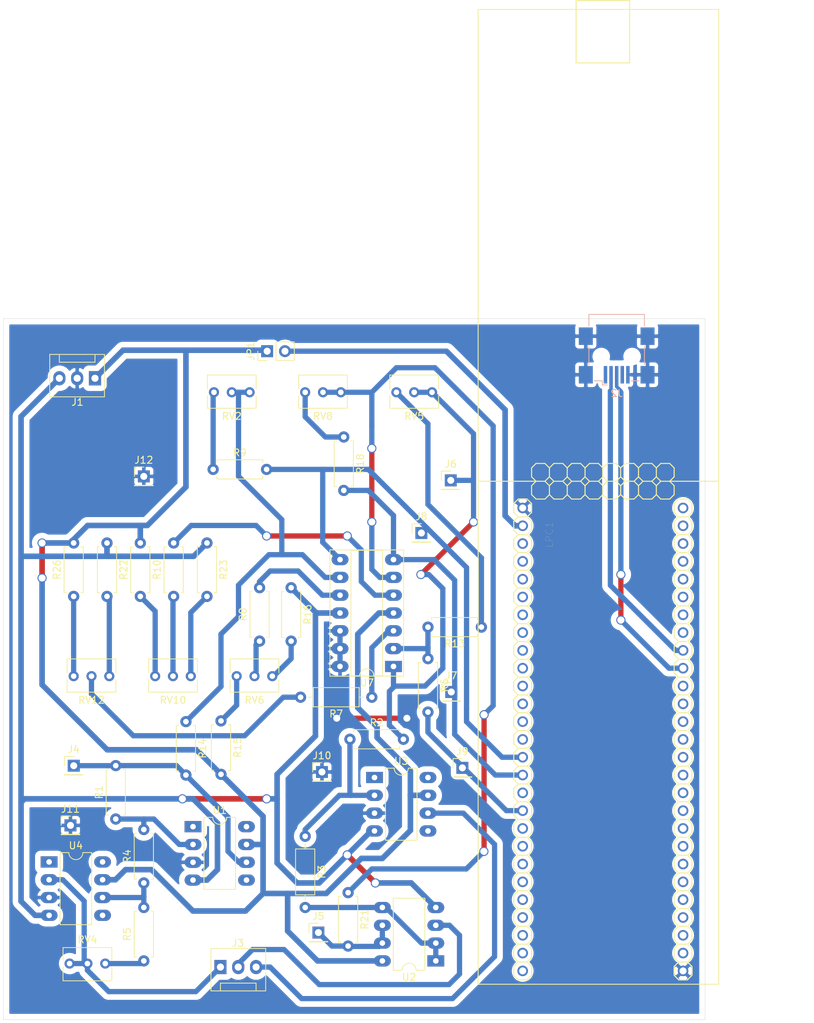
<source format=kicad_pcb>
(kicad_pcb (version 20171130) (host pcbnew "(5.1.10)-1")
  (layers (0 F.Cu signal) (31 B.Cu signal) (34 B.Paste user) (35 F.Paste user) (36 B.SilkS user) (37 F.SilkS user) (38 B.Mask user) (39 F.Mask user) (44 Edge.Cuts user))
  (net 0 "")
  (net 1 +5V)
  (net 2 -5V)
  (net 3 "Net-(J3-Pad3)")
  (net 4 "Net-(J3-Pad2)")
  (net 5 "Net-(J3-Pad1)")
  (net 6 "Net-(R1-Pad1)")
  (net 7 "Net-(R2-Pad1)")
  (net 8 "Net-(R3-Pad2)")
  (net 9 "Net-(R4-Pad1)")
  (net 10 "Net-(R7-Pad1)")
  (net 11 "Net-(R8-Pad1)")
  (net 12 "Net-(R8-Pad2)")
  (net 13 "Net-(R9-Pad1)")
  (net 14 "Net-(R10-Pad1)")
  (net 15 "Net-(R13-Pad2)")
  (net 16 "Net-(R13-Pad1)")
  (net 17 "Net-(R14-Pad1)")
  (net 18 "Net-(R15-Pad1)")
  (net 19 "Net-(R16-Pad2)")
  (net 20 "Net-(R18-Pad1)")
  (net 21 "Net-(R21-Pad1)")
  (net 22 "Net-(R22-Pad1)")
  (net 23 "Net-(R23-Pad2)")
  (net 24 /salida_dac/VIN)
  (net 25 /salida_dac/I_IN)
  (net 26 /salida_dac/V_IN)
  (net 27 GND)
  (net 28 "Net-(R7-Pad2)")
  (net 29 "Net-(R26-Pad1)")
  (net 30 "Net-(R27-Pad2)")
  (net 31 "Net-(J2-Pad2)")
  (net 32 "Net-(J2-Pad3)")
  (net 33 /LPC/DAC)
  (net 34 /LPC/ADC0)
  (net 35 /LPC/ADC1)
  (net 36 "Net-(R10-Pad2)")
  (net 37 "Net-(R5-Pad1)")
  (net 38 "Net-(J2-Pad1)")
  (net 39 "Net-(J2-Pad4)")
  (net 40 "Net-(LPC1-Pad53)")
  (net 41 "Net-(LPC1-Pad52)")
  (net 42 "Net-(LPC1-Pad51)")
  (net 43 "Net-(LPC1-Pad50)")
  (net 44 "Net-(LPC1-Pad49)")
  (net 45 "Net-(LPC1-Pad48)")
  (net 46 "Net-(LPC1-Pad47)")
  (net 47 "Net-(LPC1-Pad46)")
  (net 48 "Net-(LPC1-Pad45)")
  (net 49 "Net-(LPC1-Pad44)")
  (net 50 "Net-(LPC1-Pad43)")
  (net 51 "Net-(LPC1-Pad42)")
  (net 52 "Net-(LPC1-Pad41)")
  (net 53 "Net-(LPC1-Pad40)")
  (net 54 "Net-(LPC1-Pad39)")
  (net 55 "Net-(LPC1-Pad38)")
  (net 56 "Net-(LPC1-Pad35)")
  (net 57 "Net-(LPC1-Pad34)")
  (net 58 "Net-(LPC1-Pad33)")
  (net 59 "Net-(LPC1-Pad32)")
  (net 60 "Net-(LPC1-Pad31)")
  (net 61 "Net-(LPC1-Pad30)")
  (net 62 "Net-(LPC1-Pad29)")
  (net 63 "Net-(LPC1-Pad28)")
  (net 64 "Net-(LPC1-Pad27)")
  (net 65 "Net-(LPC1-Pad26)")
  (net 66 "Net-(LPC1-Pad25)")
  (net 67 "Net-(LPC1-Pad24)")
  (net 68 "Net-(LPC1-Pad23)")
  (net 69 "Net-(LPC1-Pad22)")
  (net 70 "Net-(LPC1-Pad21)")
  (net 71 "Net-(LPC1-Pad20)")
  (net 72 "Net-(LPC1-Pad19)")
  (net 73 "Net-(LPC1-Pad17)")
  (net 74 "Net-(LPC1-Pad14)")
  (net 75 "Net-(LPC1-Pad13)")
  (net 76 "Net-(LPC1-Pad12)")
  (net 77 "Net-(LPC1-Pad11)")
  (net 78 "Net-(LPC1-Pad10)")
  (net 79 "Net-(LPC1-Pad9)")
  (net 80 "Net-(LPC1-Pad8)")
  (net 81 "Net-(LPC1-Pad7)")
  (net 82 "Net-(LPC1-Pad6)")
  (net 83 "Net-(LPC1-Pad5)")
  (net 84 "Net-(LPC1-Pad4)")
  (net 85 "Net-(LPC1-Pad3)")
  (net 86 "Net-(U1-Pad8)")
  (net 87 "Net-(U1-Pad5)")
  (net 88 "Net-(U1-Pad1)")
  (net 89 "Net-(U3-Pad1)")
  (net 90 "Net-(U3-Pad5)")
  (net 91 "Net-(U3-Pad8)")
  (net 92 "Net-(U4-Pad8)")
  (net 93 "Net-(U4-Pad5)")
  (net 94 "Net-(U4-Pad1)")
  (net 95 "Net-(JP1-Pad2)")
  (module LPC:LPCXPRESSO_LPC1769 (layer F.Cu) (at 779.717 -4.151 270)
    (fp_text reference LPC1 (at 37.465 1.905 270) (layer F.SilkS) (effects (font (thickness 0.015))))
    (fp_text value LPCXPRESSO_LPC1769)
    (pad 54 thru_hole circle (at 99.695 -17.145 270) (size 1.508 1.508) (drill 1) (layers *.Cu *.Mask) (net 27 GND))
    (pad 53 thru_hole circle (at 97.155 -17.145 270) (size 1.508 1.508) (drill 1) (layers *.Cu *.Mask) (net 40 "Net-(LPC1-Pad53)"))
    (pad 52 thru_hole circle (at 94.615 -17.145 270) (size 1.508 1.508) (drill 1) (layers *.Cu *.Mask) (net 41 "Net-(LPC1-Pad52)"))
    (pad 51 thru_hole circle (at 92.075 -17.145 270) (size 1.508 1.508) (drill 1) (layers *.Cu *.Mask) (net 42 "Net-(LPC1-Pad51)"))
    (pad 50 thru_hole circle (at 89.535 -17.145 270) (size 1.508 1.508) (drill 1) (layers *.Cu *.Mask) (net 43 "Net-(LPC1-Pad50)"))
    (pad 49 thru_hole circle (at 86.995 -17.145 270) (size 1.508 1.508) (drill 1) (layers *.Cu *.Mask) (net 44 "Net-(LPC1-Pad49)"))
    (pad 48 thru_hole circle (at 84.455 -17.145 270) (size 1.508 1.508) (drill 1) (layers *.Cu *.Mask) (net 45 "Net-(LPC1-Pad48)"))
    (pad 47 thru_hole circle (at 81.915 -17.145 270) (size 1.508 1.508) (drill 1) (layers *.Cu *.Mask) (net 46 "Net-(LPC1-Pad47)"))
    (pad 46 thru_hole circle (at 79.375 -17.145 270) (size 1.508 1.508) (drill 1) (layers *.Cu *.Mask) (net 47 "Net-(LPC1-Pad46)"))
    (pad 45 thru_hole circle (at 76.835 -17.145 270) (size 1.508 1.508) (drill 1) (layers *.Cu *.Mask) (net 48 "Net-(LPC1-Pad45)"))
    (pad 44 thru_hole circle (at 74.295 -17.145 270) (size 1.508 1.508) (drill 1) (layers *.Cu *.Mask) (net 49 "Net-(LPC1-Pad44)"))
    (pad 43 thru_hole circle (at 71.755 -17.145 270) (size 1.508 1.508) (drill 1) (layers *.Cu *.Mask) (net 50 "Net-(LPC1-Pad43)"))
    (pad 42 thru_hole circle (at 69.215 -17.145 270) (size 1.508 1.508) (drill 1) (layers *.Cu *.Mask) (net 51 "Net-(LPC1-Pad42)"))
    (pad 41 thru_hole circle (at 66.675 -17.145 270) (size 1.508 1.508) (drill 1) (layers *.Cu *.Mask) (net 52 "Net-(LPC1-Pad41)"))
    (pad 40 thru_hole circle (at 64.135 -17.145 270) (size 1.508 1.508) (drill 1) (layers *.Cu *.Mask) (net 53 "Net-(LPC1-Pad40)"))
    (pad 39 thru_hole circle (at 61.595 -17.145 270) (size 1.508 1.508) (drill 1) (layers *.Cu *.Mask) (net 54 "Net-(LPC1-Pad39)"))
    (pad 38 thru_hole circle (at 59.055 -17.145 270) (size 1.508 1.508) (drill 1) (layers *.Cu *.Mask) (net 55 "Net-(LPC1-Pad38)"))
    (pad 37 thru_hole circle (at 56.515 -17.145 270) (size 1.508 1.508) (drill 1) (layers *.Cu *.Mask) (net 32 "Net-(J2-Pad3)"))
    (pad 36 thru_hole circle (at 53.975 -17.145 270) (size 1.508 1.508) (drill 1) (layers *.Cu *.Mask) (net 31 "Net-(J2-Pad2)"))
    (pad 35 thru_hole circle (at 51.435 -17.145 270) (size 1.508 1.508) (drill 1) (layers *.Cu *.Mask) (net 56 "Net-(LPC1-Pad35)"))
    (pad 34 thru_hole circle (at 48.895 -17.145 270) (size 1.508 1.508) (drill 1) (layers *.Cu *.Mask) (net 57 "Net-(LPC1-Pad34)"))
    (pad 33 thru_hole circle (at 46.355 -17.145 270) (size 1.508 1.508) (drill 1) (layers *.Cu *.Mask) (net 58 "Net-(LPC1-Pad33)"))
    (pad 32 thru_hole circle (at 43.815 -17.145 270) (size 1.508 1.508) (drill 1) (layers *.Cu *.Mask) (net 59 "Net-(LPC1-Pad32)"))
    (pad 31 thru_hole circle (at 41.275 -17.145 270) (size 1.508 1.508) (drill 1) (layers *.Cu *.Mask) (net 60 "Net-(LPC1-Pad31)"))
    (pad 30 thru_hole circle (at 38.735 -17.145 270) (size 1.508 1.508) (drill 1) (layers *.Cu *.Mask) (net 61 "Net-(LPC1-Pad30)"))
    (pad 29 thru_hole circle (at 36.195 -17.145 270) (size 1.508 1.508) (drill 1) (layers *.Cu *.Mask) (net 62 "Net-(LPC1-Pad29)"))
    (pad 28 thru_hole circle (at 33.655 -17.145 270) (size 1.508 1.508) (drill 1) (layers *.Cu *.Mask) (net 63 "Net-(LPC1-Pad28)"))
    (pad 27 thru_hole circle (at 99.695 5.715 270) (size 1.508 1.508) (drill 1) (layers *.Cu *.Mask) (net 64 "Net-(LPC1-Pad27)"))
    (pad 26 thru_hole circle (at 97.155 5.715 270) (size 1.508 1.508) (drill 1) (layers *.Cu *.Mask) (net 65 "Net-(LPC1-Pad26)"))
    (pad 25 thru_hole circle (at 94.615 5.715 270) (size 1.508 1.508) (drill 1) (layers *.Cu *.Mask) (net 66 "Net-(LPC1-Pad25)"))
    (pad 24 thru_hole circle (at 92.075 5.715 270) (size 1.508 1.508) (drill 1) (layers *.Cu *.Mask) (net 67 "Net-(LPC1-Pad24)"))
    (pad 23 thru_hole circle (at 89.535 5.715 270) (size 1.508 1.508) (drill 1) (layers *.Cu *.Mask) (net 68 "Net-(LPC1-Pad23)"))
    (pad 22 thru_hole circle (at 86.995 5.715 270) (size 1.508 1.508) (drill 1) (layers *.Cu *.Mask) (net 69 "Net-(LPC1-Pad22)"))
    (pad 21 thru_hole circle (at 84.455 5.715 270) (size 1.508 1.508) (drill 1) (layers *.Cu *.Mask) (net 70 "Net-(LPC1-Pad21)"))
    (pad 20 thru_hole circle (at 81.915 5.715 270) (size 1.508 1.508) (drill 1) (layers *.Cu *.Mask) (net 71 "Net-(LPC1-Pad20)"))
    (pad 19 thru_hole circle (at 79.375 5.715 270) (size 1.508 1.508) (drill 1) (layers *.Cu *.Mask) (net 72 "Net-(LPC1-Pad19)"))
    (pad 18 thru_hole circle (at 76.835 5.715 270) (size 1.508 1.508) (drill 1) (layers *.Cu *.Mask) (net 33 /LPC/DAC))
    (pad 17 thru_hole circle (at 74.295 5.715 270) (size 1.508 1.508) (drill 1) (layers *.Cu *.Mask) (net 73 "Net-(LPC1-Pad17)"))
    (pad 16 thru_hole circle (at 71.755 5.715 270) (size 1.508 1.508) (drill 1) (layers *.Cu *.Mask) (net 35 /LPC/ADC1))
    (pad 15 thru_hole circle (at 69.215 5.715 270) (size 1.508 1.508) (drill 1) (layers *.Cu *.Mask) (net 34 /LPC/ADC0))
    (pad 14 thru_hole circle (at 66.675 5.715 270) (size 1.508 1.508) (drill 1) (layers *.Cu *.Mask) (net 74 "Net-(LPC1-Pad14)"))
    (pad 13 thru_hole circle (at 64.135 5.715 270) (size 1.508 1.508) (drill 1) (layers *.Cu *.Mask) (net 75 "Net-(LPC1-Pad13)"))
    (pad 12 thru_hole circle (at 61.595 5.715 270) (size 1.508 1.508) (drill 1) (layers *.Cu *.Mask) (net 76 "Net-(LPC1-Pad12)"))
    (pad 11 thru_hole circle (at 59.055 5.715 270) (size 1.508 1.508) (drill 1) (layers *.Cu *.Mask) (net 77 "Net-(LPC1-Pad11)"))
    (pad 10 thru_hole circle (at 56.515 5.715 270) (size 1.508 1.508) (drill 1) (layers *.Cu *.Mask) (net 78 "Net-(LPC1-Pad10)"))
    (pad 9 thru_hole circle (at 53.975 5.715 270) (size 1.508 1.508) (drill 1) (layers *.Cu *.Mask) (net 79 "Net-(LPC1-Pad9)"))
    (pad 8 thru_hole circle (at 51.435 5.715 270) (size 1.508 1.508) (drill 1) (layers *.Cu *.Mask) (net 80 "Net-(LPC1-Pad8)"))
    (pad 7 thru_hole circle (at 48.895 5.715 270) (size 1.508 1.508) (drill 1) (layers *.Cu *.Mask) (net 81 "Net-(LPC1-Pad7)"))
    (pad 6 thru_hole circle (at 46.355 5.715 270) (size 1.508 1.508) (drill 1) (layers *.Cu *.Mask) (net 82 "Net-(LPC1-Pad6)"))
    (pad 5 thru_hole circle (at 43.815 5.715 270) (size 1.508 1.508) (drill 1) (layers *.Cu *.Mask) (net 83 "Net-(LPC1-Pad5)"))
    (pad 4 thru_hole circle (at 41.275 5.715 270) (size 1.508 1.508) (drill 1) (layers *.Cu *.Mask) (net 84 "Net-(LPC1-Pad4)"))
    (pad 3 thru_hole circle (at 38.735 5.715 270) (size 1.508 1.508) (drill 1) (layers *.Cu *.Mask) (net 85 "Net-(LPC1-Pad3)"))
    (pad 2 thru_hole circle (at 36.195 5.715 270) (size 1.508 1.508) (drill 1) (layers *.Cu *.Mask) (net 95 "Net-(JP1-Pad2)"))
    (pad 1 thru_hole circle (at 33.655 5.715 270) (size 1.508 1.508) (drill 1) (layers *.Cu *.Mask) (net 27 GND))
  )
  (module Resistor_THT:R_Axial_DIN0207_L6.3mm_D2.5mm_P7.62mm_Horizontal (layer F.Cu) (at 714.75 34.5 270)
    (fp_text reference R27 (at 3.81 -2.37 90) (layer F.SilkS))
    (fp_text value 1K)
    (pad 2 thru_hole oval (at 7.62 0 270) (size 1.6 1.6) (drill 0.8) (layers *.Cu *.Mask) (net 30 "Net-(R27-Pad2)"))
    (pad 1 thru_hole circle (at 0 0 270) (size 1.6 1.6) (drill 0.8) (layers *.Cu *.Mask) (net 2 -5V))
  )
  (module Potentiometer_THT:Potentiometer_Bourns_3266Y_Vertical (layer F.Cu) (at 714.5 94.5)
    (fp_text reference RV4 (at -2.54 -3.41) (layer F.SilkS))
    (fp_text value 1K)
    (pad 1 thru_hole circle (at 0 0) (size 1.44 1.44) (drill 0.8) (layers *.Cu *.Mask) (net 37 "Net-(R5-Pad1)"))
    (pad 2 thru_hole circle (at -2.54 0) (size 1.44 1.44) (drill 0.8) (layers *.Cu *.Mask) (net 5 "Net-(J3-Pad1)"))
    (pad 3 thru_hole circle (at -5.08 0) (size 1.44 1.44) (drill 0.8) (layers *.Cu *.Mask) (net 5 "Net-(J3-Pad1)"))
  )
  (module Package_DIP:DIP-8_W7.62mm_LongPads (layer F.Cu) (at 761.62 94.12 180)
    (fp_text reference U2 (at 3.81 -2.33 180) (layer F.SilkS))
    (fp_text value TL082)
    (pad 8 thru_hole oval (at 7.62 0 180) (size 2.4 1.6) (drill 0.8) (layers *.Cu *.Mask) (net 1 +5V))
    (pad 4 thru_hole oval (at 0 7.62 180) (size 2.4 1.6) (drill 0.8) (layers *.Cu *.Mask) (net 2 -5V))
    (pad 7 thru_hole oval (at 7.62 2.54 180) (size 2.4 1.6) (drill 0.8) (layers *.Cu *.Mask) (net 26 /salida_dac/V_IN))
    (pad 3 thru_hole oval (at 0 5.08 180) (size 2.4 1.6) (drill 0.8) (layers *.Cu *.Mask) (net 4 "Net-(J3-Pad2)"))
    (pad 6 thru_hole oval (at 7.62 5.08 180) (size 2.4 1.6) (drill 0.8) (layers *.Cu *.Mask) (net 26 /salida_dac/V_IN))
    (pad 2 thru_hole oval (at 0 2.54 180) (size 2.4 1.6) (drill 0.8) (layers *.Cu *.Mask) (net 8 "Net-(R3-Pad2)"))
    (pad 5 thru_hole oval (at 7.62 7.62 180) (size 2.4 1.6) (drill 0.8) (layers *.Cu *.Mask) (net 8 "Net-(R3-Pad2)"))
    (pad 1 thru_hole rect (at 0 0 180) (size 2.4 1.6) (drill 0.8) (layers *.Cu *.Mask) (net 8 "Net-(R3-Pad2)"))
  )
  (module Resistor_THT:R_Axial_DIN0207_L6.3mm_D2.5mm_P7.62mm_Horizontal (layer F.Cu) (at 748.5 19.38 270)
    (fp_text reference R18 (at 3.81 -2.37 270) (layer F.SilkS))
    (fp_text value 4K7)
    (pad 2 thru_hole oval (at 7.62 0 270) (size 1.6 1.6) (drill 0.8) (layers *.Cu *.Mask) (net 35 /LPC/ADC1))
    (pad 1 thru_hole circle (at 0 0 270) (size 1.6 1.6) (drill 0.8) (layers *.Cu *.Mask) (net 20 "Net-(R18-Pad1)"))
  )
  (module Resistor_THT:R_Axial_DIN0207_L6.3mm_D2.5mm_P7.62mm_Horizontal (layer F.Cu) (at 729 34.5 270)
    (fp_text reference R23 (at 3.81 -2.37 270) (layer F.SilkS))
    (fp_text value 10K)
    (pad 1 thru_hole circle (at 0 0 270) (size 1.6 1.6) (drill 0.8) (layers *.Cu *.Mask) (net 2 -5V))
    (pad 2 thru_hole oval (at 7.62 0 270) (size 1.6 1.6) (drill 0.8) (layers *.Cu *.Mask) (net 23 "Net-(R23-Pad2)"))
  )
  (module Resistor_THT:R_Axial_DIN0207_L6.3mm_D2.5mm_P7.62mm_Horizontal (layer F.Cu) (at 724.25 42.12 90)
    (fp_text reference R10 (at 3.81 -2.37 90) (layer F.SilkS))
    (fp_text value 1K)
    (pad 2 thru_hole oval (at 7.62 0 90) (size 1.6 1.6) (drill 0.8) (layers *.Cu *.Mask) (net 36 "Net-(R10-Pad2)"))
    (pad 1 thru_hole circle (at 0 0 90) (size 1.6 1.6) (drill 0.8) (layers *.Cu *.Mask) (net 14 "Net-(R10-Pad1)"))
  )
  (module Resistor_THT:R_Axial_DIN0207_L6.3mm_D2.5mm_P7.62mm_Horizontal (layer F.Cu) (at 719.5 42.12 90)
    (fp_text reference R22 (at 3.81 -2.37 270) (layer F.SilkS))
    (fp_text value 0)
    (pad 2 thru_hole oval (at 7.62 0 90) (size 1.6 1.6) (drill 0.8) (layers *.Cu *.Mask) (net 1 +5V))
    (pad 1 thru_hole circle (at 0 0 90) (size 1.6 1.6) (drill 0.8) (layers *.Cu *.Mask) (net 22 "Net-(R22-Pad1)"))
  )
  (module Resistor_THT:R_Axial_DIN0207_L6.3mm_D2.5mm_P7.62mm_Horizontal (layer F.Cu) (at 729.88 24)
    (fp_text reference R9 (at 3.81 -2.37) (layer F.SilkS))
    (fp_text value 4K7)
    (pad 2 thru_hole oval (at 7.62 0) (size 1.6 1.6) (drill 0.8) (layers *.Cu *.Mask) (net 34 /LPC/ADC0))
    (pad 1 thru_hole circle (at 0 0) (size 1.6 1.6) (drill 0.8) (layers *.Cu *.Mask) (net 13 "Net-(R9-Pad1)"))
  )
  (module Resistor_THT:R_Axial_DIN0207_L6.3mm_D2.5mm_P7.62mm_Horizontal (layer F.Cu) (at 741 40.88 270)
    (fp_text reference R16 (at 3.81 -2.37 270) (layer F.SilkS))
    (fp_text value 10K)
    (pad 1 thru_hole circle (at 0 0 270) (size 1.6 1.6) (drill 0.8) (layers *.Cu *.Mask) (net 2 -5V))
    (pad 2 thru_hole oval (at 7.62 0 270) (size 1.6 1.6) (drill 0.8) (layers *.Cu *.Mask) (net 19 "Net-(R16-Pad2)"))
  )
  (module Potentiometer_THT:Potentiometer_Bourns_3266Y_Vertical (layer F.Cu) (at 733.235 53.5 180)
    (fp_text reference RV6 (at -2.54 -3.41) (layer F.SilkS))
    (fp_text value 10K)
    (pad 3 thru_hole circle (at -5.08 0 180) (size 1.44 1.44) (drill 0.8) (layers *.Cu *.Mask) (net 19 "Net-(R16-Pad2)"))
    (pad 2 thru_hole circle (at -2.54 0 180) (size 1.44 1.44) (drill 0.8) (layers *.Cu *.Mask) (net 11 "Net-(R8-Pad1)"))
    (pad 1 thru_hole circle (at 0 0 180) (size 1.44 1.44) (drill 0.8) (layers *.Cu *.Mask) (net 18 "Net-(R15-Pad1)"))
  )
  (module Resistor_THT:R_Axial_DIN0207_L6.3mm_D2.5mm_P7.62mm_Horizontal (layer F.Cu) (at 716 73.88 90)
    (fp_text reference R1 (at 3.81 -2.37 270) (layer F.SilkS))
    (fp_text value 15K)
    (pad 1 thru_hole circle (at 0 0 90) (size 1.6 1.6) (drill 0.8) (layers *.Cu *.Mask) (net 6 "Net-(R1-Pad1)"))
    (pad 2 thru_hole oval (at 7.62 0 90) (size 1.6 1.6) (drill 0.8) (layers *.Cu *.Mask) (net 25 /salida_dac/I_IN))
  )
  (module Package_DIP:DIP-8_W7.62mm_LongPads (layer F.Cu) (at 752.88 67.96)
    (fp_text reference U3 (at 3.81 -2.33) (layer F.SilkS))
    (fp_text value OP77)
    (pad 1 thru_hole rect (at 0 0) (size 2.4 1.6) (drill 0.8) (layers *.Cu *.Mask) (net 89 "Net-(U3-Pad1)"))
    (pad 5 thru_hole oval (at 7.62 7.62) (size 2.4 1.6) (drill 0.8) (layers *.Cu *.Mask) (net 90 "Net-(U3-Pad5)"))
    (pad 2 thru_hole oval (at 0 2.54) (size 2.4 1.6) (drill 0.8) (layers *.Cu *.Mask) (net 7 "Net-(R2-Pad1)"))
    (pad 6 thru_hole oval (at 7.62 5.08) (size 2.4 1.6) (drill 0.8) (layers *.Cu *.Mask) (net 3 "Net-(J3-Pad3)"))
    (pad 3 thru_hole oval (at 0 5.08) (size 2.4 1.6) (drill 0.8) (layers *.Cu *.Mask) (net 27 GND))
    (pad 7 thru_hole oval (at 7.62 2.54) (size 2.4 1.6) (drill 0.8) (layers *.Cu *.Mask) (net 1 +5V))
    (pad 4 thru_hole oval (at 0 7.62) (size 2.4 1.6) (drill 0.8) (layers *.Cu *.Mask) (net 2 -5V))
    (pad 8 thru_hole oval (at 7.62 0) (size 2.4 1.6) (drill 0.8) (layers *.Cu *.Mask) (net 91 "Net-(U3-Pad8)"))
  )
  (module Resistor_THT:R_Axial_DIN0207_L6.3mm_D2.5mm_P7.62mm_Horizontal (layer F.Cu) (at 768.12 46.5 180)
    (fp_text reference R13 (at 3.81 -2.37 180) (layer F.SilkS))
    (fp_text value 4K7)
    (pad 2 thru_hole oval (at 7.62 0 180) (size 1.6 1.6) (drill 0.8) (layers *.Cu *.Mask) (net 15 "Net-(R13-Pad2)"))
    (pad 1 thru_hole circle (at 0 0 180) (size 1.6 1.6) (drill 0.8) (layers *.Cu *.Mask) (net 16 "Net-(R13-Pad1)"))
  )
  (module Connector:FanPinHeader_1x03_P2.54mm_Vertical (layer F.Cu) (at 713.04 11 180)
    (fp_text reference J1 (at 2.5 -3.4) (layer F.SilkS))
    (fp_text value Conn_01x03_Female)
    (pad 1 thru_hole rect (at 0 0 270) (size 2.03 1.73) (drill 1.02) (layers *.Cu *.Mask) (net 1 +5V))
    (pad 2 thru_hole oval (at 2.54 0 270) (size 2.03 1.73) (drill 1.02) (layers *.Cu *.Mask) (net 27 GND))
    (pad 3 thru_hole oval (at 5.08 0 270) (size 2.03 1.73) (drill 1.02) (layers *.Cu *.Mask) (net 2 -5V))
  )
  (module Potentiometer_THT:Potentiometer_Bourns_3266Y_Vertical (layer F.Cu) (at 730 13 180)
    (fp_text reference RV2 (at -2.54 -3.41 180) (layer F.SilkS))
    (fp_text value R_POT)
    (pad 3 thru_hole circle (at -5.08 0 180) (size 1.44 1.44) (drill 0.8) (layers *.Cu *.Mask) (net 17 "Net-(R14-Pad1)"))
    (pad 2 thru_hole circle (at -2.54 0 180) (size 1.44 1.44) (drill 0.8) (layers *.Cu *.Mask) (net 17 "Net-(R14-Pad1)"))
    (pad 1 thru_hole circle (at 0 0 180) (size 1.44 1.44) (drill 0.8) (layers *.Cu *.Mask) (net 13 "Net-(R9-Pad1)"))
  )
  (module Resistor_THT:R_Axial_DIN0207_L6.3mm_D2.5mm_P7.62mm_Horizontal (layer F.Cu) (at 710 42.12 90)
    (fp_text reference R26 (at 3.81 -2.37 270) (layer F.SilkS))
    (fp_text value 10K)
    (pad 1 thru_hole circle (at 0 0 90) (size 1.6 1.6) (drill 0.8) (layers *.Cu *.Mask) (net 29 "Net-(R26-Pad1)"))
    (pad 2 thru_hole oval (at 7.62 0 90) (size 1.6 1.6) (drill 0.8) (layers *.Cu *.Mask) (net 1 +5V))
  )
  (module Resistor_THT:R_Axial_DIN0207_L6.3mm_D2.5mm_P7.62mm_Horizontal (layer F.Cu) (at 760.5 51 270)
    (fp_text reference R6 (at 3.81 -2.37 270) (layer F.SilkS))
    (fp_text value 1K)
    (pad 2 thru_hole oval (at 7.62 0 270) (size 1.6 1.6) (drill 0.8) (layers *.Cu *.Mask) (net 33 /LPC/DAC))
    (pad 1 thru_hole circle (at 0 0 270) (size 1.6 1.6) (drill 0.8) (layers *.Cu *.Mask) (net 15 "Net-(R13-Pad2)"))
  )
  (module Package_DIP:DIP-8_W7.62mm_LongPads (layer F.Cu) (at 727.012 74.97)
    (fp_text reference U1 (at 3.81 -2.33 180) (layer F.SilkS))
    (fp_text value OP77)
    (pad 8 thru_hole oval (at 7.62 0) (size 2.4 1.6) (drill 0.8) (layers *.Cu *.Mask) (net 86 "Net-(U1-Pad8)"))
    (pad 4 thru_hole oval (at 0 7.62) (size 2.4 1.6) (drill 0.8) (layers *.Cu *.Mask) (net 2 -5V))
    (pad 7 thru_hole oval (at 7.62 2.54) (size 2.4 1.6) (drill 0.8) (layers *.Cu *.Mask) (net 1 +5V))
    (pad 3 thru_hole oval (at 0 5.08) (size 2.4 1.6) (drill 0.8) (layers *.Cu *.Mask) (net 27 GND))
    (pad 6 thru_hole oval (at 7.62 5.08) (size 2.4 1.6) (drill 0.8) (layers *.Cu *.Mask) (net 25 /salida_dac/I_IN))
    (pad 2 thru_hole oval (at 0 2.54) (size 2.4 1.6) (drill 0.8) (layers *.Cu *.Mask) (net 6 "Net-(R1-Pad1)"))
    (pad 5 thru_hole oval (at 7.62 7.62) (size 2.4 1.6) (drill 0.8) (layers *.Cu *.Mask) (net 87 "Net-(U1-Pad5)"))
    (pad 1 thru_hole rect (at 0 0) (size 2.4 1.6) (drill 0.8) (layers *.Cu *.Mask) (net 88 "Net-(U1-Pad1)"))
  )
  (module Potentiometer_THT:Potentiometer_Bourns_3266Y_Vertical (layer F.Cu) (at 710 53.5 180)
    (fp_text reference RV12 (at -2.54 -3.41 180) (layer F.SilkS))
    (fp_text value 1K)
    (pad 1 thru_hole circle (at 0 0 180) (size 1.44 1.44) (drill 0.8) (layers *.Cu *.Mask) (net 29 "Net-(R26-Pad1)"))
    (pad 2 thru_hole circle (at -2.54 0 180) (size 1.44 1.44) (drill 0.8) (layers *.Cu *.Mask) (net 28 "Net-(R7-Pad2)"))
    (pad 3 thru_hole circle (at -5.08 0 180) (size 1.44 1.44) (drill 0.8) (layers *.Cu *.Mask) (net 30 "Net-(R27-Pad2)"))
  )
  (module Package_DIP:DIP-8_W7.62mm_LongPads (layer F.Cu) (at 706.5 80)
    (fp_text reference U4 (at 3.81 -2.33 180) (layer F.SilkS))
    (fp_text value OP77)
    (pad 8 thru_hole oval (at 7.62 0) (size 2.4 1.6) (drill 0.8) (layers *.Cu *.Mask) (net 92 "Net-(U4-Pad8)"))
    (pad 4 thru_hole oval (at 0 7.62) (size 2.4 1.6) (drill 0.8) (layers *.Cu *.Mask) (net 2 -5V))
    (pad 7 thru_hole oval (at 7.62 2.54) (size 2.4 1.6) (drill 0.8) (layers *.Cu *.Mask) (net 1 +5V))
    (pad 3 thru_hole oval (at 0 5.08) (size 2.4 1.6) (drill 0.8) (layers *.Cu *.Mask) (net 27 GND))
    (pad 6 thru_hole oval (at 7.62 5.08) (size 2.4 1.6) (drill 0.8) (layers *.Cu *.Mask) (net 9 "Net-(R4-Pad1)"))
    (pad 2 thru_hole oval (at 0 2.54) (size 2.4 1.6) (drill 0.8) (layers *.Cu *.Mask) (net 5 "Net-(J3-Pad1)"))
    (pad 5 thru_hole oval (at 7.62 7.62) (size 2.4 1.6) (drill 0.8) (layers *.Cu *.Mask) (net 93 "Net-(U4-Pad5)"))
    (pad 1 thru_hole rect (at 0 0) (size 2.4 1.6) (drill 0.8) (layers *.Cu *.Mask) (net 94 "Net-(U4-Pad1)"))
  )
  (module Resistor_THT:R_Axial_DIN0207_L6.3mm_D2.5mm_P7.62mm_Horizontal (layer F.Cu) (at 720 83 90)
    (fp_text reference R4 (at 3.81 -2.37 90) (layer F.SilkS))
    (fp_text value 1K)
    (pad 2 thru_hole oval (at 7.62 0 90) (size 1.6 1.6) (drill 0.8) (layers *.Cu *.Mask) (net 6 "Net-(R1-Pad1)"))
    (pad 1 thru_hole circle (at 0 0 90) (size 1.6 1.6) (drill 0.8) (layers *.Cu *.Mask) (net 9 "Net-(R4-Pad1)"))
  )
  (module Resistor_THT:R_Axial_DIN0207_L6.3mm_D2.5mm_P7.62mm_Horizontal (layer F.Cu) (at 720 94.12 90)
    (fp_text reference R5 (at 3.81 -2.37 270) (layer F.SilkS))
    (fp_text value 1M)
    (pad 2 thru_hole oval (at 7.62 0 90) (size 1.6 1.6) (drill 0.8) (layers *.Cu *.Mask) (net 9 "Net-(R4-Pad1)"))
    (pad 1 thru_hole circle (at 0 0 90) (size 1.6 1.6) (drill 0.8) (layers *.Cu *.Mask) (net 37 "Net-(R5-Pad1)"))
  )
  (module Connector:FanPinHeader_1x03_P2.54mm_Vertical (layer F.Cu) (at 730.92 95)
    (fp_text reference J3 (at 2.5 -3.4 -180) (layer F.SilkS))
    (fp_text value Conn_01x03_Male)
    (pad 1 thru_hole rect (at 0 0 90) (size 2.03 1.73) (drill 1.02) (layers *.Cu *.Mask) (net 5 "Net-(J3-Pad1)"))
    (pad 2 thru_hole oval (at 2.54 0 90) (size 2.03 1.73) (drill 1.02) (layers *.Cu *.Mask) (net 4 "Net-(J3-Pad2)"))
    (pad 3 thru_hole oval (at 5.08 0 90) (size 2.03 1.73) (drill 1.02) (layers *.Cu *.Mask) (net 3 "Net-(J3-Pad3)"))
  )
  (module Resistor_THT:R_Axial_DIN0207_L6.3mm_D2.5mm_P7.62mm_Horizontal (layer F.Cu) (at 731 59.88 270)
    (fp_text reference R15 (at 3.81 -2.37 90) (layer F.SilkS))
    (fp_text value 0)
    (pad 2 thru_hole oval (at 7.62 0 270) (size 1.6 1.6) (drill 0.8) (layers *.Cu *.Mask) (net 1 +5V))
    (pad 1 thru_hole circle (at 0 0 270) (size 1.6 1.6) (drill 0.8) (layers *.Cu *.Mask) (net 18 "Net-(R15-Pad1)"))
  )
  (module Resistor_THT:R_Axial_DIN0207_L6.3mm_D2.5mm_P7.62mm_Horizontal (layer F.Cu) (at 726 59.984 270)
    (fp_text reference R14 (at 3.81 -2.37 270) (layer F.SilkS))
    (fp_text value 1K)
    (pad 1 thru_hole circle (at 0 0 270) (size 1.6 1.6) (drill 0.8) (layers *.Cu *.Mask) (net 17 "Net-(R14-Pad1)"))
    (pad 2 thru_hole oval (at 7.62 0 270) (size 1.6 1.6) (drill 0.8) (layers *.Cu *.Mask) (net 25 /salida_dac/I_IN))
  )
  (module Resistor_THT:R_Axial_DIN0207_L6.3mm_D2.5mm_P7.62mm_Horizontal (layer F.Cu) (at 749.12 84.38 270)
    (fp_text reference R21 (at 3.81 -2.37 270) (layer F.SilkS))
    (fp_text value 1K)
    (pad 1 thru_hole circle (at 0 0 270) (size 1.6 1.6) (drill 0.8) (layers *.Cu *.Mask) (net 21 "Net-(R21-Pad1)"))
    (pad 2 thru_hole oval (at 7.62 0 270) (size 1.6 1.6) (drill 0.8) (layers *.Cu *.Mask) (net 26 /salida_dac/V_IN))
  )
  (module Potentiometer_THT:Potentiometer_Bourns_3266Y_Vertical (layer F.Cu) (at 743 13 180)
    (fp_text reference RV8 (at -2.54 -3.41) (layer F.SilkS))
    (fp_text value 1K)
    (pad 3 thru_hole circle (at -5.08 0 180) (size 1.44 1.44) (drill 0.8) (layers *.Cu *.Mask) (net 21 "Net-(R21-Pad1)"))
    (pad 2 thru_hole circle (at -2.54 0 180) (size 1.44 1.44) (drill 0.8) (layers *.Cu *.Mask) (net 21 "Net-(R21-Pad1)"))
    (pad 1 thru_hole circle (at 0 0 180) (size 1.44 1.44) (drill 0.8) (layers *.Cu *.Mask) (net 20 "Net-(R18-Pad1)"))
  )
  (module Package_DIP:DIP-14_W7.62mm_Socket_LongPads (layer F.Cu) (at 755.587 52.11 180)
    (fp_text reference U7 (at 3.81 -2.33) (layer F.SilkS))
    (fp_text value TL064)
    (pad 14 thru_hole oval (at 7.62 0 180) (size 2.4 1.6) (drill 0.8) (layers *.Cu *.Mask) (net 27 GND))
    (pad 7 thru_hole oval (at 0 15.24 180) (size 2.4 1.6) (drill 0.8) (layers *.Cu *.Mask) (net 35 /LPC/ADC1))
    (pad 13 thru_hole oval (at 7.62 2.54 180) (size 2.4 1.6) (drill 0.8) (layers *.Cu *.Mask) (net 27 GND))
    (pad 6 thru_hole oval (at 0 12.7 180) (size 2.4 1.6) (drill 0.8) (layers *.Cu *.Mask) (net 21 "Net-(R21-Pad1)"))
    (pad 12 thru_hole oval (at 7.62 5.08 180) (size 2.4 1.6) (drill 0.8) (layers *.Cu *.Mask) (net 27 GND))
    (pad 5 thru_hole oval (at 0 10.16 180) (size 2.4 1.6) (drill 0.8) (layers *.Cu *.Mask) (net 36 "Net-(R10-Pad2)"))
    (pad 11 thru_hole oval (at 7.62 7.62 180) (size 2.4 1.6) (drill 0.8) (layers *.Cu *.Mask) (net 2 -5V))
    (pad 4 thru_hole oval (at 0 7.62 180) (size 2.4 1.6) (drill 0.8) (layers *.Cu *.Mask) (net 1 +5V))
    (pad 10 thru_hole oval (at 7.62 10.16 180) (size 2.4 1.6) (drill 0.8) (layers *.Cu *.Mask) (net 12 "Net-(R8-Pad2)"))
    (pad 3 thru_hole oval (at 0 5.08 180) (size 2.4 1.6) (drill 0.8) (layers *.Cu *.Mask) (net 10 "Net-(R7-Pad1)"))
    (pad 9 thru_hole oval (at 7.62 12.7 180) (size 2.4 1.6) (drill 0.8) (layers *.Cu *.Mask) (net 17 "Net-(R14-Pad1)"))
    (pad 2 thru_hole oval (at 0 2.54 180) (size 2.4 1.6) (drill 0.8) (layers *.Cu *.Mask) (net 15 "Net-(R13-Pad2)"))
    (pad 8 thru_hole oval (at 7.62 15.24 180) (size 2.4 1.6) (drill 0.8) (layers *.Cu *.Mask) (net 34 /LPC/ADC0))
    (pad 1 thru_hole rect (at 0 0 180) (size 2.4 1.6) (drill 0.8) (layers *.Cu *.Mask) (net 24 /salida_dac/VIN))
  )
  (module Potentiometer_THT:Potentiometer_Bourns_3266Y_Vertical (layer F.Cu) (at 756 13 180)
    (fp_text reference RV5 (at -2.54 -3.41) (layer F.SilkS))
    (fp_text value R_POT)
    (pad 1 thru_hole circle (at 0 0 180) (size 1.44 1.44) (drill 0.8) (layers *.Cu *.Mask) (net 16 "Net-(R13-Pad1)"))
    (pad 2 thru_hole circle (at -2.54 0 180) (size 1.44 1.44) (drill 0.8) (layers *.Cu *.Mask) (net 24 /salida_dac/VIN))
    (pad 3 thru_hole circle (at -5.08 0 180) (size 1.44 1.44) (drill 0.8) (layers *.Cu *.Mask) (net 24 /salida_dac/VIN))
  )
  (module Potentiometer_THT:Potentiometer_Bourns_3266Y_Vertical (layer F.Cu) (at 721.6175 53.5 180)
    (fp_text reference RV10 (at -2.54 -3.41 180) (layer F.SilkS))
    (fp_text value 10K)
    (pad 1 thru_hole circle (at 0 0 180) (size 1.44 1.44) (drill 0.8) (layers *.Cu *.Mask) (net 22 "Net-(R22-Pad1)"))
    (pad 2 thru_hole circle (at -2.54 0 180) (size 1.44 1.44) (drill 0.8) (layers *.Cu *.Mask) (net 14 "Net-(R10-Pad1)"))
    (pad 3 thru_hole circle (at -5.08 0 180) (size 1.44 1.44) (drill 0.8) (layers *.Cu *.Mask) (net 23 "Net-(R23-Pad2)"))
  )
  (module Resistor_THT:R_Axial_DIN0207_L6.3mm_D2.5mm_P7.62mm_Horizontal (layer F.Cu) (at 736.5 48.5 90)
    (fp_text reference R8 (at 3.81 -2.37 90) (layer F.SilkS))
    (fp_text value 1K)
    (pad 1 thru_hole circle (at 0 0 90) (size 1.6 1.6) (drill 0.8) (layers *.Cu *.Mask) (net 11 "Net-(R8-Pad1)"))
    (pad 2 thru_hole oval (at 7.62 0 90) (size 1.6 1.6) (drill 0.8) (layers *.Cu *.Mask) (net 12 "Net-(R8-Pad2)"))
  )
  (module Connector_USB:USB_Mini-B_Wuerth_65100516121_Horizontal (layer B.Cu) (at 787.4 7.9)
    (fp_text reference J2 (at 0 5.25 180) (layer B.SilkS) (effects (justify mirror)))
    (fp_text value USB_B_Micro)
    (pad 6 smd rect (at -4.4 -2.9) (size 2 2.5) (layers B.Cu B.Paste B.Mask) (net 27 GND))
    (pad 6 smd rect (at 4.4 -2.9) (size 2 2.5) (layers B.Cu B.Paste B.Mask) (net 27 GND))
    (pad 6 smd rect (at -4.4 2.6) (size 2 2.5) (layers B.Cu B.Paste B.Mask) (net 27 GND))
    (pad 6 smd rect (at 4.4 2.6) (size 2 2.5) (layers B.Cu B.Paste B.Mask) (net 27 GND))
    (pad 1 smd rect (at -1.6 2.6) (size 0.5 2.5) (layers B.Cu B.Paste B.Mask) (net 38 "Net-(J2-Pad1)"))
    (pad 2 smd rect (at -0.8 2.6) (size 0.5 2.5) (layers B.Cu B.Paste B.Mask) (net 31 "Net-(J2-Pad2)"))
    (pad 3 smd rect (at 0 2.6) (size 0.5 2.5) (layers B.Cu B.Paste B.Mask) (net 32 "Net-(J2-Pad3)"))
    (pad 4 smd rect (at 0.8 2.6) (size 0.5 2.5) (layers B.Cu B.Paste B.Mask) (net 39 "Net-(J2-Pad4)"))
    (pad 5 smd rect (at 1.6 2.6) (size 0.5 2.5) (layers B.Cu B.Paste B.Mask) (net 27 GND))
    (pad "" np_thru_hole circle (at -2.2 0) (size 0.9 0.9) (drill 0.9) (layers *.Cu *.Mask))
    (pad "" np_thru_hole circle (at 2.2 0) (size 0.9 0.9) (drill 0.9) (layers *.Cu *.Mask))
  )
  (module Resistor_THT:R_Axial_DIN0207_L6.3mm_D2.5mm_P10.16mm_Horizontal (layer F.Cu) (at 752.5 56.5 180)
    (fp_text reference R7 (at 5.08 -2.37) (layer F.SilkS))
    (fp_text value 1K)
    (pad 2 thru_hole oval (at 10.16 0 180) (size 1.6 1.6) (drill 0.8) (layers *.Cu *.Mask) (net 28 "Net-(R7-Pad2)"))
    (pad 1 thru_hole circle (at 0 0 180) (size 1.6 1.6) (drill 0.8) (layers *.Cu *.Mask) (net 10 "Net-(R7-Pad1)"))
  )
  (module Resistor_THT:R_Axial_DIN0207_L6.3mm_D2.5mm_P7.62mm_Horizontal (layer F.Cu) (at 749.38 62.5)
    (fp_text reference R2 (at 3.81 -2.37) (layer F.SilkS))
    (fp_text value 100K)
    (pad 1 thru_hole circle (at 0 0) (size 1.6 1.6) (drill 0.8) (layers *.Cu *.Mask) (net 7 "Net-(R2-Pad1)"))
    (pad 2 thru_hole oval (at 7.62 0) (size 1.6 1.6) (drill 0.8) (layers *.Cu *.Mask) (net 24 /salida_dac/VIN))
  )
  (module Resistor_THT:R_Axial_DIN0207_L6.3mm_D2.5mm_P10.16mm_Horizontal (layer F.Cu) (at 743 76.34 270)
    (fp_text reference R3 (at 5.08 -2.37 90) (layer F.SilkS))
    (fp_text value 100K)
    (pad 1 thru_hole circle (at 0 0 270) (size 1.6 1.6) (drill 0.8) (layers *.Cu *.Mask) (net 7 "Net-(R2-Pad1)"))
    (pad 2 thru_hole oval (at 10.16 0 270) (size 1.6 1.6) (drill 0.8) (layers *.Cu *.Mask) (net 8 "Net-(R3-Pad2)"))
  )
  (module Connector_PinHeader_2.54mm:PinHeader_1x01_P2.54mm_Vertical (layer F.Cu) (at 710.01128 66.27114)
    (fp_text reference J4 (at 0 -2.33) (layer F.SilkS))
    (fp_text value Conn_01x01_Female)
    (pad 1 thru_hole rect (at 0 0) (size 1.7 1.7) (drill 1) (layers *.Cu *.Mask) (net 25 /salida_dac/I_IN))
  )
  (module Connector_PinHeader_2.54mm:PinHeader_1x01_P2.54mm_Vertical (layer F.Cu) (at 744.88548 90.07856)
    (fp_text reference J5 (at 0 -2.33) (layer F.SilkS))
    (fp_text value Conn_01x01_Female)
    (pad 1 thru_hole rect (at 0 0) (size 1.7 1.7) (drill 1) (layers *.Cu *.Mask) (net 26 /salida_dac/V_IN))
  )
  (module Connector_PinHeader_2.54mm:PinHeader_1x01_P2.54mm_Vertical (layer F.Cu) (at 763.75 25.5651)
    (fp_text reference J6 (at 0 -2.33) (layer F.SilkS))
    (fp_text value Conn_01x01_Female)
    (pad 1 thru_hole rect (at 0 0) (size 1.7 1.7) (drill 1) (layers *.Cu *.Mask) (net 24 /salida_dac/VIN))
  )
  (module Connector_PinHeader_2.54mm:PinHeader_1x01_P2.54mm_Vertical (layer F.Cu) (at 763.82626 55.75554)
    (fp_text reference J7 (at 0 -2.33) (layer F.SilkS))
    (fp_text value Conn_01x01_Female)
    (pad 1 thru_hole rect (at 0 0) (size 1.7 1.7) (drill 1) (layers *.Cu *.Mask) (net 35 /LPC/ADC1))
  )
  (module Connector_PinHeader_2.54mm:PinHeader_1x01_P2.54mm_Vertical (layer F.Cu) (at 759.56414 33.07842)
    (fp_text reference J8 (at 0 -2.33) (layer F.SilkS))
    (fp_text value Conn_01x01_Female)
    (pad 1 thru_hole rect (at 0 0) (size 1.7 1.7) (drill 1) (layers *.Cu *.Mask) (net 34 /LPC/ADC0))
  )
  (module Connector_PinHeader_2.54mm:PinHeader_1x01_P2.54mm_Vertical (layer F.Cu) (at 765.40868 66.58102)
    (fp_text reference J9 (at 0 -2.33) (layer F.SilkS))
    (fp_text value Conn_01x01_Female)
    (pad 1 thru_hole rect (at 0 0) (size 1.7 1.7) (drill 1) (layers *.Cu *.Mask) (net 33 /LPC/DAC))
  )
  (module Connector_PinHeader_2.54mm:PinHeader_1x02_P2.54mm_Vertical (layer F.Cu) (at 737.5779 7.1374 90)
    (fp_text reference JP1 (at 0 -2.33 90) (layer F.SilkS))
    (fp_text value Jumper)
    (pad 1 thru_hole rect (at 0 0 90) (size 1.7 1.7) (drill 1) (layers *.Cu *.Mask) (net 1 +5V))
    (pad 2 thru_hole oval (at 0 2.54 90) (size 1.7 1.7) (drill 1) (layers *.Cu *.Mask) (net 95 "Net-(JP1-Pad2)"))
  )
  (module Connector_PinHeader_2.54mm:PinHeader_1x01_P2.54mm_Vertical (layer F.Cu) (at 745.39348 67.16776)
    (fp_text reference J10 (at 0 -2.33) (layer F.SilkS))
    (fp_text value Conn_01x01_Female)
    (pad 1 thru_hole rect (at 0 0) (size 1.7 1.7) (drill 1) (layers *.Cu *.Mask) (net 27 GND))
  )
  (module Connector_PinHeader_2.54mm:PinHeader_1x01_P2.54mm_Vertical (layer F.Cu) (at 709.54392 74.78776)
    (fp_text reference J11 (at 0 -2.33) (layer F.SilkS))
    (fp_text value Conn_01x01_Female)
    (pad 1 thru_hole rect (at 0 0) (size 1.7 1.7) (drill 1) (layers *.Cu *.Mask) (net 27 GND))
  )
  (module Connector_PinHeader_2.54mm:PinHeader_1x01_P2.54mm_Vertical (layer F.Cu) (at 720 25)
    (fp_text reference J12 (at 0 -2.33) (layer F.SilkS))
    (fp_text value Conn_01x01_Female)
    (pad 1 thru_hole rect (at 0 0) (size 1.7 1.7) (drill 1) (layers *.Cu *.Mask) (net 27 GND))
  )
  (gr_line (start 700 2.5) (end 800 2.5) (layer Edge.Cuts) (width 0.05))
  (gr_line (start 800 102.5) (end 800 2.5) (layer Edge.Cuts) (width 0.05))
  (gr_line (start 800 102.5) (end 700 102.5) (layer Edge.Cuts) (width 0.05))
  (gr_line (start 700 2.54) (end 700 102.54) (layer Edge.Cuts) (width 0.05))
  (segment (start 710 34) (end 710 34.5) (width 0.8) (layer B.Cu) (net 1))
  (segment (start 712 32) (end 710 34) (width 0.8) (layer B.Cu) (net 1))
  (segment (start 713.5 32) (end 712 32) (width 0.8) (layer B.Cu) (net 1))
  (segment (start 717 32) (end 713.5 32) (width 0.8) (layer B.Cu) (net 1))
  (segment (start 731.5 68) (end 731 67.5) (width 0.8) (layer B.Cu) (net 1))
  (via (at 705.5 39.5) (size 1.3) (drill 1) (layers F.Cu B.Cu) (net 1))
  (via (at 705.5 34.5) (size 1.3) (drill 1) (layers F.Cu B.Cu) (net 1))
  (segment (start 705.5 39.5) (end 705.5 34.5) (width 0.8) (layer F.Cu) (net 1))
  (segment (start 705.5 34.5) (end 710 34.5) (width 0.8) (layer B.Cu) (net 1))
  (segment (start 705.5 54.719998) (end 705.5 39.5) (width 0.8) (layer B.Cu) (net 1))
  (segment (start 714.780002 64) (end 705.5 54.719998) (width 0.8) (layer B.Cu) (net 1))
  (segment (start 727.5 64) (end 714.780002 64) (width 0.8) (layer B.Cu) (net 1))
  (segment (start 731 67.5) (end 727.5 64) (width 0.8) (layer B.Cu) (net 1))
  (segment (start 760.5 70.5) (end 759.400002 70.5) (width 0.8) (layer B.Cu) (net 1))
  (segment (start 735.51 77.51) (end 734.632 77.51) (width 0.8) (layer B.Cu) (net 1))
  (segment (start 737 73.5) (end 731 67.5) (width 0.8) (layer B.Cu) (net 1))
  (segment (start 736.99 77.51) (end 737 77.5) (width 0.8) (layer B.Cu) (net 1))
  (segment (start 734.632 77.51) (end 736.99 77.51) (width 0.8) (layer B.Cu) (net 1))
  (segment (start 737 77.5) (end 737 73.5) (width 0.8) (layer B.Cu) (net 1))
  (segment (start 737 82.5) (end 737 77.5) (width 0.8) (layer B.Cu) (net 1))
  (segment (start 737 83) (end 737 82.5) (width 0.8) (layer B.Cu) (net 1))
  (segment (start 738.5 84.5) (end 737 84.5) (width 0.8) (layer B.Cu) (net 1))
  (segment (start 737 84.5) (end 737 83) (width 0.8) (layer B.Cu) (net 1))
  (segment (start 735 86.5) (end 737 84.5) (width 0.8) (layer B.Cu) (net 1))
  (segment (start 734.5 87) (end 735 86.5) (width 0.8) (layer B.Cu) (net 1))
  (segment (start 721.099999 81.099999) (end 727 87) (width 0.8) (layer B.Cu) (net 1))
  (segment (start 717.400001 81.099999) (end 721.099999 81.099999) (width 0.8) (layer B.Cu) (net 1))
  (segment (start 715.96 82.54) (end 717.400001 81.099999) (width 0.8) (layer B.Cu) (net 1))
  (segment (start 727 87) (end 734.5 87) (width 0.8) (layer B.Cu) (net 1))
  (segment (start 714.12 82.54) (end 715.96 82.54) (width 0.8) (layer B.Cu) (net 1))
  (segment (start 738.5 84.5) (end 740.5 84.5) (width 0.8) (layer B.Cu) (net 1))
  (segment (start 746 84.5) (end 740.5 84.5) (width 0.8) (layer B.Cu) (net 1))
  (segment (start 754 79.5) (end 751 79.5) (width 0.8) (layer B.Cu) (net 1))
  (segment (start 758 75.5) (end 754 79.5) (width 0.8) (layer B.Cu) (net 1))
  (segment (start 751 79.5) (end 746 84.5) (width 0.8) (layer B.Cu) (net 1))
  (segment (start 760.5 70.5) (end 758 70.5) (width 0.8) (layer B.Cu) (net 1))
  (segment (start 758 70.5) (end 758 75.5) (width 0.8) (layer B.Cu) (net 1))
  (segment (start 713.04 11) (end 717.04 7) (width 0.8) (layer B.Cu) (net 1))
  (segment (start 755.587 44.49) (end 753.51 44.49) (width 0.8) (layer B.Cu) (net 1))
  (segment (start 753.51 44.49) (end 750.5 47.5) (width 0.8) (layer B.Cu) (net 1))
  (segment (start 758 67) (end 758 70.5) (width 0.8) (layer B.Cu) (net 1))
  (segment (start 753.25 60.75) (end 750.5 58) (width 0.8) (layer B.Cu) (net 1))
  (segment (start 753.25 62.25) (end 753.25 60.75) (width 0.8) (layer B.Cu) (net 1))
  (segment (start 750.5 47.5) (end 750.5 58) (width 0.8) (layer B.Cu) (net 1))
  (segment (start 753.25 62.25) (end 758 67) (width 0.8) (layer B.Cu) (net 1))
  (segment (start 720.5 32) (end 726 26.5) (width 0.8) (layer B.Cu) (net 1))
  (segment (start 726 26.5) (end 726 7) (width 0.8) (layer B.Cu) (net 1))
  (segment (start 717.04 7) (end 726 7) (width 0.8) (layer B.Cu) (net 1))
  (segment (start 719.5 34.5) (end 719.5 32) (width 0.8) (layer B.Cu) (net 1))
  (segment (start 719.5 32) (end 720.5 32) (width 0.8) (layer B.Cu) (net 1))
  (segment (start 717 32) (end 719.5 32) (width 0.8) (layer B.Cu) (net 1))
  (segment (start 737.4405 7) (end 737.5779 7.1374) (width 0.8) (layer B.Cu) (net 1))
  (segment (start 726 7) (end 737.4405 7) (width 0.8) (layer B.Cu) (net 1))
  (segment (start 740.5 89.85868) (end 740.5 84.5) (width 0.8) (layer B.Cu) (net 1))
  (segment (start 744.76132 94.12) (end 740.5 89.85868) (width 0.8) (layer B.Cu) (net 1))
  (segment (start 754 94.12) (end 744.76132 94.12) (width 0.8) (layer B.Cu) (net 1))
  (segment (start 744.61 44.49) (end 747.967 44.49) (width 0.8) (layer B.Cu) (net 2))
  (segment (start 741 40.88) (end 744.61 44.49) (width 0.8) (layer B.Cu) (net 2))
  (segment (start 747.967 44.49) (end 747.957 44.5) (width 0.8) (layer B.Cu) (net 2))
  (segment (start 727.099999 36.400001) (end 716.650001 36.400001) (width 0.8) (layer B.Cu) (net 2))
  (segment (start 729 34.5) (end 727.099999 36.400001) (width 0.8) (layer B.Cu) (net 2))
  (segment (start 702.599999 36.400001) (end 702.5 36.5) (width 0.8) (layer B.Cu) (net 2))
  (segment (start 714.75 36.25) (end 714.900001 36.400001) (width 0.8) (layer B.Cu) (net 2))
  (segment (start 714.75 34.5) (end 714.75 36.25) (width 0.8) (layer B.Cu) (net 2))
  (segment (start 714.900001 36.400001) (end 702.599999 36.400001) (width 0.8) (layer B.Cu) (net 2))
  (segment (start 716.650001 36.400001) (end 714.900001 36.400001) (width 0.8) (layer B.Cu) (net 2))
  (segment (start 702.5 16.46) (end 707.96 11) (width 0.8) (layer B.Cu) (net 2))
  (segment (start 702.5 36.5) (end 702.5 16.46) (width 0.8) (layer B.Cu) (net 2))
  (segment (start 704.5 87.62) (end 706.5 87.62) (width 0.8) (layer B.Cu) (net 2))
  (segment (start 702.5 85.62) (end 704.5 87.62) (width 0.8) (layer B.Cu) (net 2))
  (segment (start 702.5 77.5) (end 702.5 85.62) (width 0.8) (layer B.Cu) (net 2))
  (segment (start 702.5 76.5) (end 702.5 77.5) (width 0.8) (layer B.Cu) (net 2))
  (segment (start 761.62 86.5) (end 761.5 86.5) (width 0.8) (layer B.Cu) (net 2))
  (via (at 725.5 71) (size 1.3) (drill 1) (layers F.Cu B.Cu) (net 2))
  (via (at 737.5 71) (size 1.3) (drill 1) (layers F.Cu B.Cu) (net 2))
  (segment (start 702.5 71.5) (end 702.5 76.5) (width 0.8) (layer B.Cu) (net 2))
  (segment (start 702.5 36.5) (end 702.5 71.5) (width 0.8) (layer B.Cu) (net 2))
  (segment (start 727.012 82.59) (end 726.464981 82.59) (width 0.8) (layer B.Cu) (net 2))
  (segment (start 761.62 86.5) (end 758.12 83) (width 0.8) (layer B.Cu) (net 2))
  (segment (start 758.12 83) (end 753 83) (width 0.8) (layer B.Cu) (net 2))
  (via (at 753 83) (size 1.3) (drill 1) (layers F.Cu B.Cu) (net 2))
  (segment (start 737.5 71) (end 739 71) (width 0.8) (layer B.Cu) (net 2))
  (segment (start 730.5 74.477998) (end 727.022002 71) (width 0.8) (layer B.Cu) (net 2))
  (segment (start 730.5 81.102) (end 730.5 74.477998) (width 0.8) (layer B.Cu) (net 2))
  (segment (start 729.012 82.59) (end 730.5 81.102) (width 0.8) (layer B.Cu) (net 2))
  (segment (start 727.012 82.59) (end 729.012 82.59) (width 0.8) (layer B.Cu) (net 2))
  (segment (start 715 71) (end 725.5 71) (width 0.8) (layer B.Cu) (net 2))
  (segment (start 703 71) (end 715 71) (width 0.8) (layer B.Cu) (net 2))
  (segment (start 702.5 71.5) (end 703 71) (width 0.8) (layer B.Cu) (net 2))
  (segment (start 725.5 71) (end 727.022002 71) (width 0.8) (layer B.Cu) (net 2))
  (segment (start 725.5 71) (end 737.5 71) (width 0.8) (layer F.Cu) (net 2))
  (segment (start 753 83) (end 752.944715 83) (width 0.8) (layer F.Cu) (net 2))
  (segment (start 752.42 75.58) (end 752.88 75.58) (width 0.8) (layer B.Cu) (net 2))
  (via (at 749 79) (size 1.3) (drill 1) (layers F.Cu B.Cu) (net 2))
  (segment (start 753 83) (end 749 79) (width 0.8) (layer F.Cu) (net 2))
  (segment (start 749 79) (end 752.42 75.58) (width 0.8) (layer B.Cu) (net 2))
  (segment (start 739 67.5) (end 739 71) (width 0.8) (layer B.Cu) (net 2))
  (segment (start 744.46384 62.03616) (end 739 67.5) (width 0.8) (layer B.Cu) (net 2))
  (segment (start 744.46384 44.63616) (end 744.46384 62.03616) (width 0.8) (layer B.Cu) (net 2))
  (segment (start 744.61 44.49) (end 744.46384 44.63616) (width 0.8) (layer B.Cu) (net 2))
  (segment (start 745 83) (end 749 79) (width 0.8) (layer B.Cu) (net 2))
  (segment (start 741.84552 83) (end 745 83) (width 0.8) (layer B.Cu) (net 2))
  (segment (start 739 80.15448) (end 741.84552 83) (width 0.8) (layer B.Cu) (net 2))
  (segment (start 739 71) (end 739 80.15448) (width 0.8) (layer B.Cu) (net 2))
  (segment (start 765.54 73.04) (end 760.5 73.04) (width 0.75) (layer B.Cu) (net 3))
  (segment (start 770 77.5) (end 765.54 73.04) (width 0.75) (layer B.Cu) (net 3))
  (segment (start 770 93.5) (end 770 77.5) (width 0.75) (layer B.Cu) (net 3))
  (segment (start 764 99.5) (end 770 93.5) (width 0.75) (layer B.Cu) (net 3))
  (segment (start 742.5 99.5) (end 764 99.5) (width 0.75) (layer B.Cu) (net 3))
  (segment (start 738 95) (end 742.5 99.5) (width 0.75) (layer B.Cu) (net 3))
  (segment (start 736 95) (end 738 95) (width 0.75) (layer B.Cu) (net 3))
  (segment (start 735.5 92.5) (end 733.46 94.54) (width 0.75) (layer B.Cu) (net 4))
  (segment (start 745 97.5) (end 740 92.5) (width 0.75) (layer B.Cu) (net 4))
  (segment (start 733.46 94.54) (end 733.46 95) (width 0.75) (layer B.Cu) (net 4))
  (segment (start 740 92.5) (end 735.5 92.5) (width 0.75) (layer B.Cu) (net 4))
  (segment (start 763.5 97.5) (end 745 97.5) (width 0.75) (layer B.Cu) (net 4))
  (segment (start 765 96) (end 763.5 97.5) (width 0.75) (layer B.Cu) (net 4))
  (segment (start 765 90.47) (end 765 96) (width 0.75) (layer B.Cu) (net 4))
  (segment (start 763.57 89.04) (end 765 90.47) (width 0.75) (layer B.Cu) (net 4))
  (segment (start 761.62 89.04) (end 763.57 89.04) (width 0.75) (layer B.Cu) (net 4))
  (segment (start 711.96 95.46) (end 715 98.5) (width 0.75) (layer B.Cu) (net 5))
  (segment (start 711.96 94.5) (end 711.96 95.46) (width 0.75) (layer B.Cu) (net 5))
  (segment (start 710.5 94.5) (end 709.42 94.5) (width 0.75) (layer B.Cu) (net 5))
  (segment (start 711.96 94.5) (end 710.5 94.5) (width 0.75) (layer B.Cu) (net 5))
  (segment (start 727.42 98.5) (end 730.92 95) (width 0.75) (layer B.Cu) (net 5))
  (segment (start 715 98.5) (end 727.42 98.5) (width 0.75) (layer B.Cu) (net 5))
  (segment (start 711.5 94.04) (end 711.96 94.5) (width 0.75) (layer B.Cu) (net 5))
  (segment (start 711.5 85.59) (end 711.5 94.04) (width 0.75) (layer B.Cu) (net 5))
  (segment (start 708.45 82.54) (end 711.5 85.59) (width 0.75) (layer B.Cu) (net 5))
  (segment (start 706.5 82.54) (end 708.45 82.54) (width 0.75) (layer B.Cu) (net 5))
  (segment (start 721.432 73.88) (end 720 73.88) (width 0.75) (layer B.Cu) (net 6))
  (segment (start 725.062 77.51) (end 721.432 73.88) (width 0.75) (layer B.Cu) (net 6))
  (segment (start 727.012 77.51) (end 725.062 77.51) (width 0.75) (layer B.Cu) (net 6))
  (segment (start 720 73.88) (end 716 73.88) (width 0.75) (layer B.Cu) (net 6))
  (segment (start 720 75.38) (end 720 73.88) (width 0.75) (layer B.Cu) (net 6))
  (segment (start 749.38 70.38) (end 749.5 70.5) (width 0.75) (layer B.Cu) (net 7))
  (segment (start 749.38 62.5) (end 749.38 70.38) (width 0.75) (layer B.Cu) (net 7))
  (segment (start 752.88 70.5) (end 749.5 70.5) (width 0.75) (layer B.Cu) (net 7))
  (segment (start 743 75.38) (end 743 76.34) (width 0.75) (layer B.Cu) (net 7))
  (segment (start 747.88 70.5) (end 743 75.38) (width 0.75) (layer B.Cu) (net 7))
  (segment (start 749.5 70.5) (end 747.88 70.5) (width 0.75) (layer B.Cu) (net 7))
  (segment (start 761.62 94.12) (end 761.62 91.58) (width 0.75) (layer B.Cu) (net 8))
  (segment (start 754.511664 86.5) (end 754 86.5) (width 0.75) (layer B.Cu) (net 8))
  (segment (start 759.591664 91.58) (end 754.511664 86.5) (width 0.75) (layer B.Cu) (net 8))
  (segment (start 761.62 91.58) (end 759.591664 91.58) (width 0.75) (layer B.Cu) (net 8))
  (segment (start 743 86.5) (end 754 86.5) (width 0.75) (layer B.Cu) (net 8))
  (segment (start 719.92 85.08) (end 720 85) (width 0.75) (layer B.Cu) (net 9))
  (segment (start 714.12 85.08) (end 719.92 85.08) (width 0.75) (layer B.Cu) (net 9))
  (segment (start 720 85) (end 720 86.5) (width 0.75) (layer B.Cu) (net 9))
  (segment (start 720 83) (end 720 85) (width 0.75) (layer B.Cu) (net 9))
  (segment (start 754.91409 47.03) (end 755.587 47.03) (width 0.75) (layer B.Cu) (net 10))
  (segment (start 752.5 49.44409) (end 754.91409 47.03) (width 0.75) (layer B.Cu) (net 10))
  (segment (start 752.5 56.5) (end 752.5 49.44409) (width 0.75) (layer B.Cu) (net 10))
  (segment (start 736.5 48.5) (end 736 49) (width 0.75) (layer B.Cu) (net 11))
  (segment (start 736 49) (end 736 53.275) (width 0.75) (layer B.Cu) (net 11))
  (segment (start 736 53.275) (end 735.775 53.5) (width 0.75) (layer B.Cu) (net 11))
  (segment (start 742 38.5) (end 745.45 41.95) (width 0.75) (layer B.Cu) (net 12))
  (segment (start 736.5 40) (end 738 38.5) (width 0.75) (layer B.Cu) (net 12))
  (segment (start 738 38.5) (end 742 38.5) (width 0.75) (layer B.Cu) (net 12))
  (segment (start 745.45 41.95) (end 747.967 41.95) (width 0.75) (layer B.Cu) (net 12))
  (segment (start 736.5 40.88) (end 736.5 40) (width 0.75) (layer B.Cu) (net 12))
  (segment (start 729.88 13.12) (end 730 13) (width 0.75) (layer B.Cu) (net 13))
  (segment (start 729.88 24) (end 729.88 13.12) (width 0.75) (layer B.Cu) (net 13))
  (segment (start 724.1575 42.2125) (end 724.25 42.12) (width 0.75) (layer B.Cu) (net 14))
  (segment (start 724.1575 53.5) (end 724.1575 42.2125) (width 0.75) (layer B.Cu) (net 14))
  (segment (start 760.5 51) (end 760.5 49.5) (width 0.75) (layer B.Cu) (net 15))
  (segment (start 760.5 49.5) (end 760.5 46.5) (width 0.75) (layer B.Cu) (net 15))
  (segment (start 755.587 49.57) (end 760.43 49.57) (width 0.75) (layer B.Cu) (net 15))
  (segment (start 760.43 49.57) (end 760.5 49.5) (width 0.75) (layer B.Cu) (net 15))
  (segment (start 760.5 29) (end 768.12 36.62) (width 0.75) (layer B.Cu) (net 16))
  (segment (start 756 13) (end 760.5 17.5) (width 0.75) (layer B.Cu) (net 16))
  (segment (start 768.12 36.62) (end 768.12 46.5) (width 0.75) (layer B.Cu) (net 16))
  (segment (start 760.5 17.5) (end 760.5 29) (width 0.75) (layer B.Cu) (net 16))
  (segment (start 731 54.984) (end 731 47.5) (width 0.75) (layer B.Cu) (net 17))
  (segment (start 731 47.5) (end 733.5 45) (width 0.75) (layer B.Cu) (net 17))
  (segment (start 726 59.984) (end 731 54.984) (width 0.75) (layer B.Cu) (net 17))
  (segment (start 733.5 40.5) (end 737.830835 36.169165) (width 0.75) (layer B.Cu) (net 17))
  (segment (start 733.5 45) (end 733.5 40.5) (width 0.75) (layer B.Cu) (net 17))
  (segment (start 745.847835 39.41) (end 747.967 39.41) (width 0.75) (layer B.Cu) (net 17))
  (segment (start 742.607 36.169165) (end 745.847835 39.41) (width 0.75) (layer B.Cu) (net 17))
  (segment (start 733.5 13) (end 735.08 13) (width 0.75) (layer B.Cu) (net 17))
  (segment (start 732.54 13) (end 733.5 13) (width 0.75) (layer B.Cu) (net 17))
  (segment (start 733.5 14.5) (end 733.5 13) (width 0.75) (layer B.Cu) (net 17))
  (segment (start 737.830835 36.169165) (end 739.669165 36.169165) (width 0.75) (layer B.Cu) (net 17))
  (segment (start 739.669165 36.169165) (end 739.669165 31.169165) (width 0.75) (layer B.Cu) (net 17))
  (segment (start 739.669165 31.169165) (end 733.5 25) (width 0.75) (layer B.Cu) (net 17))
  (segment (start 733.5 25) (end 733.5 14.5) (width 0.75) (layer B.Cu) (net 17))
  (segment (start 739.669165 36.169165) (end 742.607 36.169165) (width 0.75) (layer B.Cu) (net 17))
  (segment (start 731 59.88) (end 733.235 57.645) (width 0.75) (layer B.Cu) (net 18))
  (segment (start 733.235 57.645) (end 733.235 53.5) (width 0.75) (layer B.Cu) (net 18))
  (segment (start 738.5 53.5) (end 738.315 53.5) (width 0.75) (layer B.Cu) (net 19))
  (segment (start 741 48.5) (end 741 51) (width 0.75) (layer B.Cu) (net 19))
  (segment (start 741 51) (end 738.5 53.5) (width 0.75) (layer B.Cu) (net 19))
  (segment (start 743 16.5) (end 743 13) (width 0.75) (layer B.Cu) (net 20))
  (segment (start 745.88 19.38) (end 743 16.5) (width 0.75) (layer B.Cu) (net 20))
  (segment (start 748.5 19.38) (end 745.88 19.38) (width 0.75) (layer B.Cu) (net 20))
  (via (at 752.5 21) (size 1.3) (drill 1) (layers F.Cu B.Cu) (net 21))
  (via (at 752.5 31.5) (size 1.3) (drill 1) (layers F.Cu B.Cu) (net 21))
  (segment (start 752.5 31.5) (end 752.5 21) (width 0.75) (layer F.Cu) (net 21))
  (via (at 768.5 59) (size 1.3) (drill 1) (layers F.Cu B.Cu) (net 21))
  (segment (start 752.5 38.273) (end 752.5 31.5) (width 0.75) (layer B.Cu) (net 21))
  (segment (start 753.637 39.41) (end 752.5 38.273) (width 0.75) (layer B.Cu) (net 21))
  (segment (start 755.587 39.41) (end 753.637 39.41) (width 0.75) (layer B.Cu) (net 21))
  (segment (start 748.08 13) (end 745.54 13) (width 0.75) (layer B.Cu) (net 21))
  (segment (start 752.5 18) (end 752.5 17.42) (width 0.75) (layer B.Cu) (net 21))
  (segment (start 752.5 21) (end 752.5 18) (width 0.75) (layer B.Cu) (net 21))
  (segment (start 748.08 13) (end 752.5 13) (width 0.75) (layer B.Cu) (net 21))
  (segment (start 752.5 13) (end 752.5 18) (width 0.75) (layer B.Cu) (net 21))
  (segment (start 756 9.5) (end 752.5 13) (width 0.75) (layer B.Cu) (net 21))
  (segment (start 761.5 9.5) (end 756 9.5) (width 0.75) (layer B.Cu) (net 21))
  (segment (start 769.795001 17.795001) (end 761.5 9.5) (width 0.75) (layer B.Cu) (net 21))
  (segment (start 769.795001 57.704999) (end 769.795001 17.795001) (width 0.75) (layer B.Cu) (net 21))
  (segment (start 768.5 59) (end 769.795001 57.704999) (width 0.75) (layer B.Cu) (net 21))
  (segment (start 768.5 78.47499) (end 768.47499 78.5) (width 0.75) (layer F.Cu) (net 21))
  (segment (start 768.5 59) (end 768.5 78.47499) (width 0.75) (layer F.Cu) (net 21))
  (via (at 768.47499 78.5) (size 1.3) (drill 1) (layers F.Cu B.Cu) (net 21))
  (segment (start 765.97499 81) (end 768.47499 78.5) (width 0.75) (layer B.Cu) (net 21))
  (segment (start 752.5 81) (end 765.97499 81) (width 0.75) (layer B.Cu) (net 21))
  (segment (start 749.12 84.38) (end 752.5 81) (width 0.75) (layer B.Cu) (net 21))
  (segment (start 721.6175 44.2375) (end 719.5 42.12) (width 0.75) (layer B.Cu) (net 22))
  (segment (start 721.6175 53.5) (end 721.6175 44.2375) (width 0.75) (layer B.Cu) (net 22))
  (segment (start 726.6975 44.4225) (end 729 42.12) (width 0.75) (layer B.Cu) (net 23))
  (segment (start 726.6975 53.5) (end 726.6975 44.4225) (width 0.75) (layer B.Cu) (net 23))
  (via (at 759.5 39) (size 1.3) (drill 1) (layers F.Cu B.Cu) (net 24))
  (segment (start 762.617499 52.382501) (end 762.617499 41) (width 0.75) (layer B.Cu) (net 24))
  (segment (start 760.087 54.913) (end 762.617499 52.382501) (width 0.75) (layer B.Cu) (net 24))
  (segment (start 759.5 39) (end 760.617499 39) (width 0.75) (layer B.Cu) (net 24))
  (segment (start 760.617499 39) (end 762.617499 41) (width 0.75) (layer B.Cu) (net 24))
  (segment (start 759.5 39) (end 767 31.5) (width 0.75) (layer F.Cu) (net 24))
  (via (at 767 31.5) (size 1.3) (drill 1) (layers F.Cu B.Cu) (net 24))
  (segment (start 767 18.92) (end 761.08 13) (width 0.75) (layer B.Cu) (net 24))
  (segment (start 758.54 13) (end 761.08 13) (width 0.75) (layer B.Cu) (net 24))
  (segment (start 760.087 54.913) (end 755.761 54.913) (width 0.75) (layer B.Cu) (net 24))
  (segment (start 755.761 54.913) (end 755.587 55.087) (width 0.75) (layer B.Cu) (net 24))
  (segment (start 755.587 52.11) (end 755.587 55.087) (width 0.75) (layer B.Cu) (net 24))
  (segment (start 755 60.5) (end 757 62.5) (width 0.75) (layer B.Cu) (net 24))
  (segment (start 755 55.674) (end 755 60.5) (width 0.75) (layer B.Cu) (net 24))
  (segment (start 755.587 55.087) (end 755 55.674) (width 0.75) (layer B.Cu) (net 24))
  (segment (start 766.94286 25.5651) (end 767 25.62224) (width 0.75) (layer B.Cu) (net 24))
  (segment (start 763.75 25.5651) (end 766.94286 25.5651) (width 0.75) (layer B.Cu) (net 24))
  (segment (start 767 25.62224) (end 767 18.92) (width 0.75) (layer B.Cu) (net 24))
  (segment (start 767 31.5) (end 767 25.62224) (width 0.75) (layer B.Cu) (net 24))
  (segment (start 725.656 67.26) (end 726 67.604) (width 0.75) (layer B.Cu) (net 25))
  (segment (start 724.656 66.26) (end 726 67.604) (width 0.75) (layer B.Cu) (net 25))
  (segment (start 716 66.26) (end 724.656 66.26) (width 0.75) (layer B.Cu) (net 25))
  (segment (start 732 73.604) (end 726 67.604) (width 0.75) (layer B.Cu) (net 25))
  (segment (start 732 78.5) (end 732 73.604) (width 0.75) (layer B.Cu) (net 25))
  (segment (start 733.55 80.05) (end 732 78.5) (width 0.75) (layer B.Cu) (net 25))
  (segment (start 734.632 80.05) (end 733.55 80.05) (width 0.75) (layer B.Cu) (net 25))
  (segment (start 715.98886 66.27114) (end 716 66.26) (width 0.75) (layer B.Cu) (net 25))
  (segment (start 710.01128 66.27114) (end 715.98886 66.27114) (width 0.75) (layer B.Cu) (net 25))
  (segment (start 754 90.5) (end 754 89.04) (width 0.75) (layer B.Cu) (net 26))
  (segment (start 754 91.58) (end 754 90.5) (width 0.75) (layer B.Cu) (net 26))
  (segment (start 746.80692 92) (end 744.88548 90.07856) (width 0.75) (layer B.Cu) (net 26))
  (segment (start 749.12 92) (end 746.80692 92) (width 0.75) (layer B.Cu) (net 26))
  (segment (start 753.52786 92.05214) (end 754 91.58) (width 0.75) (layer B.Cu) (net 26))
  (segment (start 749.17214 92.05214) (end 753.52786 92.05214) (width 0.75) (layer B.Cu) (net 26))
  (segment (start 749.12 92) (end 749.17214 92.05214) (width 0.75) (layer B.Cu) (net 26))
  (segment (start 747.967 47.03) (end 747.967 52.11) (width 0.75) (layer B.Cu) (net 27))
  (via (at 757.5 59.5) (size 1.3) (drill 1) (layers F.Cu B.Cu) (net 27))
  (via (at 747.5 59.5) (size 1.3) (drill 1) (layers F.Cu B.Cu) (net 27))
  (segment (start 757.5 59.5) (end 747.5 59.5) (width 0.75) (layer F.Cu) (net 27))
  (segment (start 739.88 56.5) (end 742.34 56.5) (width 0.75) (layer B.Cu) (net 28))
  (segment (start 734.38 62) (end 739.88 56.5) (width 0.75) (layer B.Cu) (net 28))
  (segment (start 718.5 62) (end 734.38 62) (width 0.75) (layer B.Cu) (net 28))
  (segment (start 712.54 56.04) (end 718.5 62) (width 0.75) (layer B.Cu) (net 28))
  (segment (start 712.54 53.38) (end 712.54 56.04) (width 0.75) (layer B.Cu) (net 28))
  (segment (start 710 53.5) (end 710 42.12) (width 0.75) (layer B.Cu) (net 29))
  (segment (start 715.08 42.45) (end 714.75 42.12) (width 0.75) (layer B.Cu) (net 30))
  (segment (start 715.08 53.5) (end 715.08 42.45) (width 0.75) (layer B.Cu) (net 30))
  (segment (start 786.6 13) (end 786.6 11.5) (width 0.5) (layer B.Cu) (net 31))
  (segment (start 795.795683 49.824) (end 786.5 40.528317) (width 0.75) (layer B.Cu) (net 31))
  (segment (start 796.862 49.824) (end 795.795683 49.824) (width 0.75) (layer B.Cu) (net 31))
  (segment (start 786.5 40.528317) (end 786.5 12.825001) (width 0.75) (layer B.Cu) (net 31))
  (segment (start 787.4 12.15201) (end 787.4 11.527001) (width 0.5) (layer B.Cu) (net 32))
  (segment (start 796.862 52.364) (end 794.864 52.364) (width 0.75) (layer B.Cu) (net 32))
  (via (at 788 45.5) (size 1.3) (drill 1) (layers F.Cu B.Cu) (net 32))
  (segment (start 794.864 52.364) (end 788 45.5) (width 0.75) (layer B.Cu) (net 32))
  (segment (start 788 45.5) (end 788 39) (width 0.75) (layer F.Cu) (net 32))
  (via (at 788 39) (size 1.3) (drill 1) (layers F.Cu B.Cu) (net 32))
  (segment (start 788 39) (end 788 13) (width 0.75) (layer B.Cu) (net 32))
  (segment (start 787.781 12.573) (end 787.4 12.192) (width 0.5) (layer B.Cu) (net 32))
  (segment (start 788.035 12.827) (end 787.654 12.446) (width 0.5) (layer B.Cu) (net 32))
  (segment (start 760.5 61.5) (end 760.5 59.375685) (width 0.75) (layer B.Cu) (net 33))
  (segment (start 771.684 72.684) (end 760.5 61.5) (width 0.75) (layer B.Cu) (net 33))
  (segment (start 774.002 72.684) (end 771.684 72.684) (width 0.75) (layer B.Cu) (net 33))
  (segment (start 747.967 36.87) (end 745.5 34.403) (width 0.75) (layer B.Cu) (net 34))
  (segment (start 745.5 24) (end 737.5 24) (width 0.75) (layer B.Cu) (net 34))
  (segment (start 745.5 34.403) (end 745.5 24) (width 0.75) (layer B.Cu) (net 34))
  (segment (start 752 24) (end 745.5 24) (width 0.75) (layer B.Cu) (net 34))
  (segment (start 747.967 36.87) (end 747.967 36.467) (width 0.75) (layer B.Cu) (net 34))
  (segment (start 766.002499 58.128317) (end 766.002499 38) (width 0.75) (layer B.Cu) (net 34))
  (segment (start 766 60) (end 766 58.128317) (width 0.75) (layer B.Cu) (net 34))
  (segment (start 771.064 65.064) (end 766 60) (width 0.75) (layer B.Cu) (net 34))
  (segment (start 774.002 65.064) (end 771.064 65.064) (width 0.75) (layer B.Cu) (net 34))
  (segment (start 759.6505 33.07842) (end 760.36446 32.36446) (width 0.75) (layer B.Cu) (net 34))
  (segment (start 759.56414 33.07842) (end 759.6505 33.07842) (width 0.75) (layer B.Cu) (net 34))
  (segment (start 760.36446 32.36446) (end 752 24) (width 0.75) (layer B.Cu) (net 34))
  (segment (start 766 38) (end 760.36446 32.36446) (width 0.75) (layer B.Cu) (net 34))
  (segment (start 755.587 36.87) (end 755.587 30.587) (width 0.75) (layer B.Cu) (net 35))
  (segment (start 755.587 30.587) (end 755.5 30.5) (width 0.75) (layer B.Cu) (net 35))
  (segment (start 770.104 67.604) (end 774.002 67.604) (width 0.75) (layer B.Cu) (net 35))
  (segment (start 764.309999 61.809999) (end 770.104 67.604) (width 0.75) (layer B.Cu) (net 35))
  (segment (start 761.37 36.87) (end 764.309999 39.809999) (width 0.75) (layer B.Cu) (net 35))
  (segment (start 755.587 36.87) (end 761.37 36.87) (width 0.75) (layer B.Cu) (net 35))
  (segment (start 752 27) (end 748.5 27) (width 0.75) (layer B.Cu) (net 35))
  (segment (start 755.587 30.587) (end 752 27) (width 0.75) (layer B.Cu) (net 35))
  (segment (start 764.2098 55.75554) (end 764.309999 55.655341) (width 0.75) (layer B.Cu) (net 35))
  (segment (start 764.309999 55.655341) (end 764.309999 61.809999) (width 0.75) (layer B.Cu) (net 35))
  (segment (start 763.82626 55.75554) (end 764.2098 55.75554) (width 0.75) (layer B.Cu) (net 35))
  (segment (start 764.309999 39.809999) (end 764.309999 55.655341) (width 0.75) (layer B.Cu) (net 35))
  (segment (start 749 33.5) (end 751 35.5) (width 0.75) (layer B.Cu) (net 36))
  (segment (start 751 35.5) (end 751 40) (width 0.75) (layer B.Cu) (net 36))
  (segment (start 751 40) (end 752.95 41.95) (width 0.75) (layer B.Cu) (net 36))
  (segment (start 752.95 41.95) (end 755.587 41.95) (width 0.75) (layer B.Cu) (net 36))
  (segment (start 737.449378 33.5) (end 737.5 33.5) (width 0.75) (layer B.Cu) (net 36))
  (segment (start 737.5 33.5) (end 749 33.5) (width 0.75) (layer F.Cu) (net 36))
  (via (at 737.5 33.5) (size 1.3) (drill 1) (layers F.Cu B.Cu) (net 36))
  (via (at 749 33.5) (size 1.3) (drill 1) (layers F.Cu B.Cu) (net 36))
  (segment (start 726.75 32) (end 724.25 34.5) (width 0.75) (layer B.Cu) (net 36))
  (segment (start 736 32) (end 726.75 32) (width 0.75) (layer B.Cu) (net 36))
  (segment (start 737.5 33.5) (end 736 32) (width 0.75) (layer B.Cu) (net 36))
  (segment (start 719.62 94.5) (end 720 94.12) (width 0.75) (layer B.Cu) (net 37))
  (segment (start 714.5 94.5) (end 719.62 94.5) (width 0.75) (layer B.Cu) (net 37))
  (segment (start 772.935683 32.044) (end 774.002 32.044) (width 0.8) (layer B.Cu) (net 95))
  (segment (start 771.5 30.608317) (end 772.935683 32.044) (width 0.8) (layer B.Cu) (net 95))
  (segment (start 771.5 15.5) (end 771.5 30.608317) (width 0.8) (layer B.Cu) (net 95))
  (segment (start 763.1374 7.1374) (end 763.21259 7.21259) (width 0.75) (layer B.Cu) (net 95))
  (segment (start 763.21259 7.21259) (end 771.5 15.5) (width 0.8) (layer B.Cu) (net 95))
  (segment (start 740.1179 7.1374) (end 763.1374 7.1374) (width 0.75) (layer B.Cu) (net 95))
  (zone (net 27) (net_name GND) (layer B.Cu) (connect_pads (clearance 0.8)) (min_thickness 0.254) (fill yes (arc_segments 32) (thermal_gap 0.508) (thermal_bridge_width 0.508))
    (polygon (pts (xy 800.5 103) (xy 699.5 103) (xy 699.5 2) (xy 800.5 2)))
  )
)
</source>
